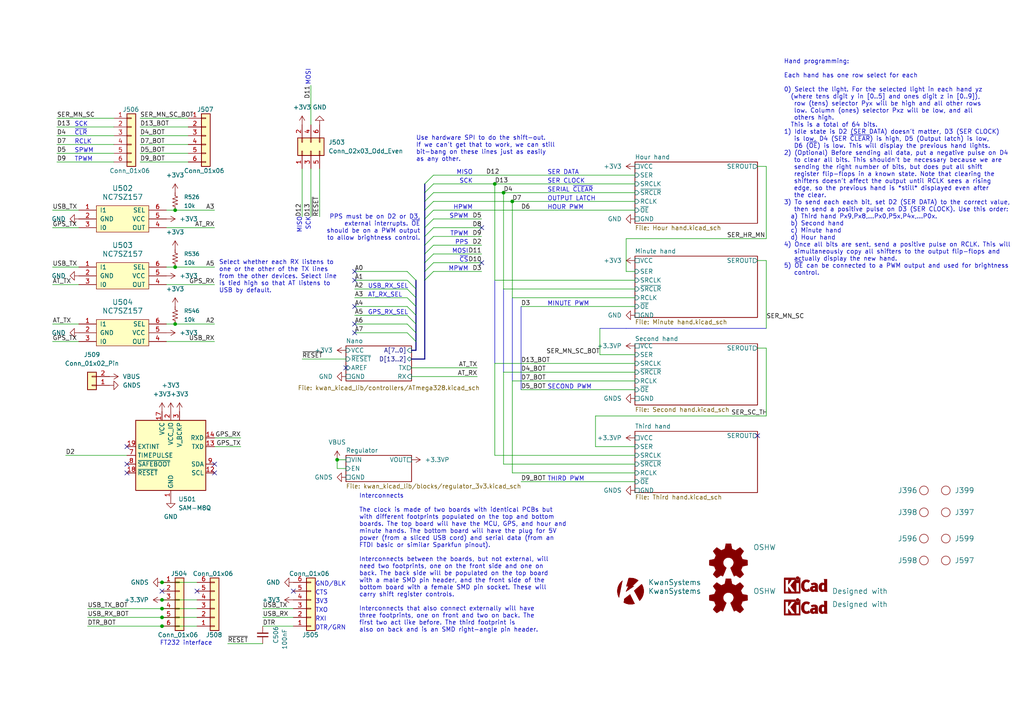
<source format=kicad_sch>
(kicad_sch (version 20230121) (generator eeschema)
  (paper "A4")
  (lib_symbols
    (symbol "Connector_Generic:Conn_01x02" (pin_names (offset 1.016) hide)
      (property "Reference" "J" (at 0 2.54 0))
      (property "Value" "Conn_01x02" (at 0 -5.08 0))
      (symbol "Conn_01x02_1_1"
        (pin passive line (at -5.08 0 0) (length 3.81) (name "Pin_1") (number "1"))
        (pin passive line (at -5.08 -2.54 0) (length 3.81) (name "Pin_2") (number "2"))
      )
    )
    (symbol "Connector_Generic:Conn_01x06" (pin_names (offset 1.016) hide)
      (property "Reference" "J" (at 0 7.62 0))
      (property "Value" "Conn_01x06" (at 0 -10.16 0))
      (symbol "Conn_01x06_1_1"
        (pin passive line (at -5.08 5.08 0) (length 3.81) (name "Pin_1") (number "1"))
        (pin passive line (at -5.08 2.54 0) (length 3.81) (name "Pin_2") (number "2"))
        (pin passive line (at -5.08 0 0) (length 3.81) (name "Pin_3") (number "3"))
        (pin passive line (at -5.08 -2.54 0) (length 3.81) (name "Pin_4") (number "4"))
        (pin passive line (at -5.08 -5.08 0) (length 3.81) (name "Pin_5") (number "5"))
        (pin passive line (at -5.08 -7.62 0) (length 3.81) (name "Pin_6") (number "6"))
      )
    )
    (symbol "Connector_Generic:Conn_02x03_Odd_Even" (pin_names (offset 1.016) hide)
      (property "Reference" "J" (at 1.27 5.08 0))
      (property "Value" "Conn_02x03_Odd_Even" (at 1.27 -5.08 0))
      (symbol "Conn_02x03_Odd_Even_1_1"
        (pin passive line (at -5.08 2.54 0) (length 3.81) (name "Pin_1") (number "1"))
        (pin passive line (at 7.62 2.54 180) (length 3.81) (name "Pin_2") (number "2"))
        (pin passive line (at -5.08 0 0) (length 3.81) (name "Pin_3") (number "3"))
        (pin passive line (at 7.62 0 180) (length 3.81) (name "Pin_4") (number "4"))
        (pin passive line (at -5.08 -2.54 0) (length 3.81) (name "Pin_5") (number "5"))
        (pin passive line (at 7.62 -2.54 180) (length 3.81) (name "Pin_6") (number "6"))
      )
    )
    (symbol "Device:C_Small" (pin_numbers hide) (pin_names (offset 0.254) hide)
      (property "Reference" "C" (at 0.254 1.778 0))
      (property "Value" "C_Small" (at 0.254 -2.032 0))
      (symbol "C_Small_1_1"
        (pin passive line (at 0 2.54 270) (length 2.032) (name "~") (number "1"))
        (pin passive line (at 0 -2.54 90) (length 2.032) (name "~") (number "2"))
      )
    )
    (symbol "KwanSystems:DesignedWithKicad" (pin_names (offset 1.016)) (in_bom no)
      (property "Value" "DesignedWithKicad" (at 3.81 -2.54 0))
    )
    (symbol "KwanSystems:KwanSystems" (pin_names (offset 1.016)) (in_bom no)
      (property "Value" "KwanSystems" (at 0 -5.08 0))
    )
    (symbol "KwanSystems:NC7SZ157" (pin_names (offset 1.016))
      (property "Reference" "U" (at -7.62 3.81 0))
      (property "Value" "NC7SZ157" (at -7.62 -6.35 0))
      (symbol "NC7SZ157_1_0"
        (pin input line (at -12.7 2.54 0) (length 5.08) (name "I1") (number "1"))
        (pin power_in line (at -12.7 0 0) (length 5.08) (name "GND") (number "2"))
        (pin input line (at -12.7 -2.54 0) (length 5.08) (name "I0") (number "3"))
        (pin output line (at 12.7 -2.54 180) (length 5.08) (name "OUT") (number "4"))
        (pin power_in line (at 12.7 0 180) (length 5.08) (name "VCC") (number "5"))
        (pin input line (at 12.7 2.54 180) (length 5.08) (name "SEL") (number "6"))
      )
    )
    (symbol "KwanSystems:OSHW" (pin_names (offset 1.016)) (in_bom no)
      (property "Value" "OSHW" (at 10.16 1.27 0))
    )
    (symbol "KwanSystems:RESISTOR" (pin_numbers hide) (pin_names (offset 1.016) hide)
      (property "Reference" "R" (at -1.27 1.27 0))
      (property "Value" "RESISTOR" (at -1.27 -2.54 0))
      (symbol "RESISTOR_1_1"
        (pin passive line (at -2.54 0 0) (length 0.9906) (name "1") (number "1"))
        (pin passive line (at 2.54 0 180) (length 0.9906) (name "2") (number "2"))
      )
    )
    (symbol "KwanSystems:STANDOFF" (pin_names (offset 1.016)) (in_bom no)
      (property "Reference" "J" (at 0 3.81 0))
      (property "Value" "STANDOFF" (at 0 -3.81 0))
    )
    (symbol "RF_GPS:SAM-M8Q"
      (property "Reference" "U" (at -8.89 11.43 0))
      (property "Value" "SAM-M8Q" (at 8.89 11.43 0))
      (symbol "SAM-M8Q_1_1"
        (pin power_in line (at 0 -12.7 90) (length 2.54) (name "GND") (number "1"))
        (pin passive line (at 0 -12.7 90) (length 2.54) hide (name "GND") (number "10"))
        (pin passive line (at 0 -12.7 90) (length 2.54) hide (name "GND") (number "11"))
        (pin input line (at 12.7 -5.08 180) (length 2.54) (name "SCL") (number "12"))
        (pin output line (at 12.7 2.54 180) (length 2.54) (name "TXD") (number "13"))
        (pin input line (at 12.7 5.08 180) (length 2.54) (name "RXD") (number "14"))
        (pin passive line (at 0 -12.7 90) (length 2.54) hide (name "GND") (number "15"))
        (pin passive line (at 0 -12.7 90) (length 2.54) hide (name "GND") (number "16"))
        (pin power_in line (at -2.54 12.7 270) (length 2.54) (name "VCC") (number "17"))
        (pin input line (at -12.7 -5.08 0) (length 2.54) (name "~{RESET}") (number "18"))
        (pin input line (at -12.7 2.54 0) (length 2.54) (name "EXTINT") (number "19"))
        (pin power_in line (at 0 12.7 270) (length 2.54) (name "VCC_IO") (number "2"))
        (pin passive line (at 0 -12.7 90) (length 2.54) hide (name "GND") (number "20"))
        (pin power_in line (at 2.54 12.7 270) (length 2.54) (name "V_BCKP") (number "3"))
        (pin passive line (at 0 -12.7 90) (length 2.54) hide (name "GND") (number "4"))
        (pin passive line (at 0 -12.7 90) (length 2.54) hide (name "GND") (number "5"))
        (pin passive line (at 0 -12.7 90) (length 2.54) hide (name "GND") (number "6"))
        (pin output line (at -12.7 0 0) (length 2.54) (name "TIMEPULSE") (number "7"))
        (pin input line (at -12.7 -2.54 0) (length 2.54) (name "~{SAFEBOOT}") (number "8"))
        (pin bidirectional line (at 12.7 -2.54 180) (length 2.54) (name "SDA") (number "9"))
      )
    )
    (symbol "power:+3.3VP" (power) (pin_names (offset 0))
      (property "Value" "+3.3VP" (at 0 2.54 0))
      (symbol "+3.3VP_0_0"
        (pin power_in line (at 0 0 90) (length 0) hide (name "+3.3VP") (number "1"))
      )
    )
    (symbol "power:+3V3" (power) (pin_names (offset 0))
      (property "Value" "+3V3" (at 0 3.556 0))
      (symbol "+3V3_1_1"
        (pin power_in line (at 0 0 90) (length 0) hide (name "+3V3") (number "1"))
      )
    )
    (symbol "power:GND" (power) (pin_names (offset 0))
      (property "Value" "GND" (at 0 -3.81 0))
      (symbol "GND_1_1"
        (pin power_in line (at 0 0 270) (length 0) hide (name "GND") (number "1"))
      )
    )
    (symbol "power:GNDS" (power) (pin_names (offset 0))
      (property "Value" "GNDS" (at 0 -3.81 0))
      (symbol "GNDS_1_1"
        (pin power_in line (at 0 0 270) (length 0) hide (name "GNDS") (number "1"))
      )
    )
    (symbol "power:VBUS" (power) (pin_names (offset 0))
      (property "Value" "VBUS" (at 0 3.81 0))
      (symbol "VBUS_1_1"
        (pin power_in line (at 0 0 90) (length 0) hide (name "VBUS") (number "1"))
      )
    )
  )
  (junction (at 46.99 181.61))
  (junction (at 143.51 53.34))
  (junction (at 46.99 179.07))
  (junction (at 146.05 55.88))
  (junction (at 50.8 93.98))
  (junction (at 50.8 60.96))
  (junction (at 46.99 176.53))
  (junction (at 97.79 133.35))
  (junction (at 46.99 173.99))
  (junction (at 148.59 58.42))
  (junction (at 46.99 168.91))
  (junction (at 50.8 77.47))
  (no_connect (at 100.33 106.68))
  (no_connect (at 139.7 66.04))
  (no_connect (at 85.09 171.45))
  (no_connect (at 102.87 78.74))
  (no_connect (at 219.71 126.365))
  (no_connect (at 36.83 129.54))
  (no_connect (at 36.83 134.62))
  (no_connect (at 139.7 76.2))
  (no_connect (at 46.99 171.45))
  (no_connect (at 62.23 137.16))
  (no_connect (at 102.87 93.98))
  (no_connect (at 102.87 96.52))
  (no_connect (at 102.87 81.28))
  (no_connect (at 57.15 171.45))
  (no_connect (at 62.23 134.62))
  (no_connect (at 102.87 88.9))
  (no_connect (at 36.83 137.16))
  (bus_entry (at 125.73 66.04) (size -2.54 2.54))
  (bus_entry (at 118.11 93.98) (size 2.54 2.54))
  (bus_entry (at 118.11 96.52) (size 2.54 2.54))
  (bus_entry (at 123.19 73.66) (size 2.54 -2.54))
  (bus_entry (at 118.11 81.28) (size 2.54 2.54))
  (bus_entry (at 118.11 88.9) (size 2.54 2.54))
  (bus_entry (at 118.11 83.82) (size 2.54 2.54))
  (bus_entry (at 123.19 55.88) (size 2.54 -2.54))
  (bus_entry (at 123.19 58.42) (size 2.54 -2.54))
  (bus_entry (at 123.19 66.04) (size 2.54 -2.54))
  (bus_entry (at 123.19 81.28) (size 2.54 -2.54))
  (bus_entry (at 123.19 63.5) (size 2.54 -2.54))
  (bus_entry (at 118.11 91.44) (size 2.54 2.54))
  (bus_entry (at 123.19 71.12) (size 2.54 -2.54))
  (bus_entry (at 123.19 53.34) (size 2.54 -2.54))
  (bus_entry (at 123.19 76.2) (size 2.54 -2.54))
  (bus_entry (at 123.19 78.74) (size 2.54 -2.54))
  (bus_entry (at 118.11 86.36) (size 2.54 2.54))
  (bus_entry (at 118.11 78.74) (size 2.54 2.54))
  (bus_entry (at 123.19 60.96) (size 2.54 -2.54))
  (wire (pts (xy 125.73 55.88) (xy 146.05 55.88)))
  (bus (pts (xy 123.19 63.5) (xy 123.19 66.04)))
  (wire (pts (xy 125.73 68.58) (xy 139.7 68.58)))
  (wire (pts (xy 90.17 24.765) (xy 90.17 36.195)))
  (wire (pts (xy 100.33 135.89) (xy 97.79 135.89)))
  (bus (pts (xy 119.38 101.6) (xy 120.65 101.6)))
  (wire (pts (xy 19.05 132.08) (xy 36.83 132.08)))
  (wire (pts (xy 76.2 176.53) (xy 85.09 176.53)))
  (bus (pts (xy 123.19 55.88) (xy 123.19 58.42)))
  (wire (pts (xy 125.73 58.42) (xy 148.59 58.42)))
  (wire (pts (xy 151.13 88.9) (xy 184.15 88.9)))
  (wire (pts (xy 125.73 73.66) (xy 139.7 73.66)))
  (wire (pts (xy 184.15 132.08) (xy 143.51 132.08)))
  (wire (pts (xy 102.87 96.52) (xy 118.11 96.52)))
  (wire (pts (xy 40.64 39.37) (xy 54.61 39.37)))
  (wire (pts (xy 48.26 60.96) (xy 50.8 60.96)))
  (bus (pts (xy 120.65 93.98) (xy 120.65 96.52)))
  (wire (pts (xy 16.51 36.83) (xy 33.02 36.83)))
  (wire (pts (xy 102.87 93.98) (xy 118.11 93.98)))
  (wire (pts (xy 222.25 100.965) (xy 222.25 120.65)))
  (wire (pts (xy 181.61 69.215) (xy 181.61 78.74)))
  (wire (pts (xy 16.51 39.37) (xy 33.02 39.37)))
  (wire (pts (xy 16.51 34.29) (xy 33.02 34.29)))
  (wire (pts (xy 46.99 168.91) (xy 57.15 168.91)))
  (wire (pts (xy 184.15 110.49) (xy 148.59 110.49)))
  (wire (pts (xy 143.51 53.34) (xy 184.15 53.34)))
  (polyline (pts (xy 148.59 86.36) (xy 148.59 110.49)))
  (bus (pts (xy 123.19 73.66) (xy 123.19 76.2)))
  (wire (pts (xy 222.25 48.26) (xy 222.25 69.215)))
  (bus (pts (xy 123.19 60.96) (xy 123.19 63.5)))
  (wire (pts (xy 15.24 99.06) (xy 22.86 99.06)))
  (wire (pts (xy 87.63 48.895) (xy 87.63 62.865)))
  (wire (pts (xy 50.8 77.47) (xy 62.23 77.47)))
  (wire (pts (xy 40.64 44.45) (xy 54.61 44.45)))
  (wire (pts (xy 173.99 95.25) (xy 173.99 102.87)))
  (bus (pts (xy 120.65 99.06) (xy 120.65 101.6)))
  (wire (pts (xy 102.87 88.9) (xy 118.11 88.9)))
  (wire (pts (xy 40.64 46.99) (xy 54.61 46.99)))
  (wire (pts (xy 125.73 60.96) (xy 184.15 60.96)))
  (bus (pts (xy 123.19 78.74) (xy 123.19 81.28)))
  (bus (pts (xy 123.19 68.58) (xy 123.19 71.12)))
  (wire (pts (xy 76.2 181.61) (xy 85.09 181.61)))
  (bus (pts (xy 120.65 86.36) (xy 120.65 88.9)))
  (wire (pts (xy 222.25 120.65) (xy 172.72 120.65)))
  (wire (pts (xy 46.99 176.53) (xy 57.15 176.53)))
  (bus (pts (xy 123.19 81.28) (xy 123.19 104.14)))
  (wire (pts (xy 148.59 110.49) (xy 148.59 137.16)))
  (wire (pts (xy 15.24 66.04) (xy 22.86 66.04)))
  (wire (pts (xy 172.72 129.54) (xy 184.15 129.54)))
  (wire (pts (xy 222.25 69.215) (xy 181.61 69.215)))
  (wire (pts (xy 184.15 107.95) (xy 146.05 107.95)))
  (wire (pts (xy 15.24 60.96) (xy 22.86 60.96)))
  (wire (pts (xy 25.4 176.53) (xy 46.99 176.53)))
  (wire (pts (xy 125.73 76.2) (xy 139.7 76.2)))
  (polyline (pts (xy 173.99 95.25) (xy 181.61 95.25)))
  (wire (pts (xy 15.24 82.55) (xy 22.86 82.55)))
  (wire (pts (xy 15.24 77.47) (xy 22.86 77.47)))
  (polyline (pts (xy 146.05 83.82) (xy 146.05 107.95)))
  (wire (pts (xy 184.15 83.82) (xy 146.05 83.82)))
  (wire (pts (xy 15.24 93.98) (xy 22.86 93.98)))
  (wire (pts (xy 102.87 81.28) (xy 118.11 81.28)))
  (wire (pts (xy 16.51 44.45) (xy 33.02 44.45)))
  (wire (pts (xy 40.64 41.91) (xy 54.61 41.91)))
  (wire (pts (xy 102.87 86.36) (xy 118.11 86.36)))
  (wire (pts (xy 25.4 179.07) (xy 46.99 179.07)))
  (wire (pts (xy 143.51 105.41) (xy 143.51 132.08)))
  (wire (pts (xy 184.15 81.28) (xy 143.51 81.28)))
  (wire (pts (xy 184.15 139.7) (xy 151.13 139.7)))
  (bus (pts (xy 120.65 81.28) (xy 120.65 83.82)))
  (wire (pts (xy 125.73 50.8) (xy 184.15 50.8)))
  (wire (pts (xy 222.25 75.565) (xy 222.25 95.25)))
  (wire (pts (xy 48.26 77.47) (xy 50.8 77.47)))
  (wire (pts (xy 46.99 181.61) (xy 57.15 181.61)))
  (wire (pts (xy 148.59 58.42) (xy 148.59 86.36)))
  (wire (pts (xy 50.8 60.96) (xy 62.23 60.96)))
  (polyline (pts (xy 181.61 95.25) (xy 222.25 95.25)))
  (wire (pts (xy 97.79 135.89) (xy 97.79 133.35)))
  (wire (pts (xy 66.04 186.69) (xy 76.2 186.69)))
  (wire (pts (xy 62.23 129.54) (xy 69.85 129.54)))
  (wire (pts (xy 181.61 78.74) (xy 184.15 78.74)))
  (wire (pts (xy 219.71 100.965) (xy 222.25 100.965)))
  (wire (pts (xy 102.87 83.82) (xy 118.11 83.82)))
  (wire (pts (xy 48.26 99.06) (xy 62.23 99.06)))
  (wire (pts (xy 102.87 78.74) (xy 118.11 78.74)))
  (wire (pts (xy 173.99 102.87) (xy 184.15 102.87)))
  (wire (pts (xy 119.38 109.22) (xy 138.43 109.22)))
  (wire (pts (xy 16.51 41.91) (xy 33.02 41.91)))
  (wire (pts (xy 40.64 34.29) (xy 54.61 34.29)))
  (wire (pts (xy 87.63 104.14) (xy 100.33 104.14)))
  (bus (pts (xy 123.19 71.12) (xy 123.19 73.66)))
  (wire (pts (xy 148.59 58.42) (xy 184.15 58.42)))
  (wire (pts (xy 62.23 127) (xy 69.85 127)))
  (wire (pts (xy 184.15 137.16) (xy 148.59 137.16)))
  (wire (pts (xy 219.71 48.26) (xy 222.25 48.26)))
  (wire (pts (xy 50.8 93.98) (xy 62.23 93.98)))
  (wire (pts (xy 146.05 55.88) (xy 146.05 83.82)))
  (wire (pts (xy 125.73 66.04) (xy 139.7 66.04)))
  (wire (pts (xy 90.17 48.895) (xy 90.17 62.865)))
  (wire (pts (xy 143.51 53.34) (xy 143.51 81.28)))
  (wire (pts (xy 48.26 66.04) (xy 62.23 66.04)))
  (wire (pts (xy 146.05 107.95) (xy 146.05 134.62)))
  (bus (pts (xy 120.65 83.82) (xy 120.65 86.36)))
  (wire (pts (xy 125.73 53.34) (xy 143.51 53.34)))
  (bus (pts (xy 120.65 91.44) (xy 120.65 93.98)))
  (wire (pts (xy 102.87 91.44) (xy 118.11 91.44)))
  (wire (pts (xy 184.15 113.03) (xy 151.13 113.03)))
  (wire (pts (xy 219.71 75.565) (xy 222.25 75.565)))
  (wire (pts (xy 172.72 120.65) (xy 172.72 129.54)))
  (bus (pts (xy 123.19 53.34) (xy 123.19 55.88)))
  (wire (pts (xy 16.51 46.99) (xy 33.02 46.99)))
  (bus (pts (xy 123.19 66.04) (xy 123.19 68.58)))
  (wire (pts (xy 48.26 93.98) (xy 50.8 93.98)))
  (wire (pts (xy 40.64 36.83) (xy 54.61 36.83)))
  (bus (pts (xy 120.65 96.52) (xy 120.65 99.06)))
  (wire (pts (xy 125.73 63.5) (xy 139.7 63.5)))
  (polyline (pts (xy 143.51 81.28) (xy 143.51 105.41)))
  (wire (pts (xy 46.99 179.07) (xy 57.15 179.07)))
  (wire (pts (xy 184.15 134.62) (xy 146.05 134.62)))
  (wire (pts (xy 148.59 86.36) (xy 184.15 86.36)))
  (wire (pts (xy 125.73 71.12) (xy 139.7 71.12)))
  (bus (pts (xy 123.19 58.42) (xy 123.19 60.96)))
  (wire (pts (xy 46.99 173.99) (xy 57.15 173.99)))
  (wire (pts (xy 184.15 105.41) (xy 143.51 105.41)))
  (wire (pts (xy 97.79 133.35) (xy 100.33 133.35)))
  (bus (pts (xy 120.65 88.9) (xy 120.65 91.44)))
  (bus (pts (xy 119.38 104.14) (xy 123.19 104.14)))
  (wire (pts (xy 146.05 55.88) (xy 184.15 55.88)))
  (polyline (pts (xy 151.13 88.9) (xy 151.13 113.03)))
  (wire (pts (xy 76.2 179.07) (xy 85.09 179.07)))
  (wire (pts (xy 48.26 82.55) (xy 62.23 82.55)))
  (wire (pts (xy 125.73 78.74) (xy 139.7 78.74)))
  (wire (pts (xy 119.38 106.68) (xy 138.43 106.68)))
  (wire (pts (xy 92.71 48.895) (xy 92.71 62.865)))
  (bus (pts (xy 123.19 76.2) (xy 123.19 78.74)))
  (wire (pts (xy 25.4 181.61) (xy 46.99 181.61)))
  (text "CTS" (at 91.44 172.72 0) (effects (font (size 1.27 1.27)) (justify left bottom)))
  (text "Hand programming:\n\nEach hand has one row select for each \n\n0) Select the light. For the selected light in each hand yz \n  (where tens digit y in [0..5] and ones digit z in [0..9]), \n   row (tens) selector Pyx will be high and all other rows \n   low. Column (ones) selector Pxz will be low, and all \n   others high. \n  This is a total of 64 bits.\n1) Idle state is D2 (SER DATA) doesn't matter, D3 (SER CLOCK)\n   is low, D4 (SER ~{CLEAR}) is high, D5 (Output latch) is low,\n   D6 (~{OE}) is low. This will display the previous hand lights.\n2) (Optional) Before sending all data, put a negative pulse on D4\n   to clear all bits. This shouldn't be necessary because we are\n   sending the right number of bits, but does put all shift\n   register flip-flops in a known state. Note that clearing the\n   shifters doesn't affect the output until RCLK sees a rising \n   edge, so the previous hand is *still* displayed even after \n   the clear.\n3) To send each each bit, set D2 (SER DATA) to the correct value,\n   then send a positive pulse on D3 (SER CLOCK). Use this order:\n  a) Third hand Px9,Px8,...Px0,P5x,P4x,...P0x.\n  b) Second hand\n  c) Minute hand\n  d) Hour hand\n4) Once all bits are sent, send a positive pulse on RCLK. This will\n   simultaneously copy all shifters to the output flip-flops and\n   actually display the new hand.\n5) ~{OE} can be connected to a PWM output and used for brightness\n   control." (at 227.33 80.01 0) (effects (font (size 1.27 1.27)) (justify left bottom)))
  (text "TPWM" (at 21.59 46.99 0) (effects (font (size 1.27 1.27)) (justify left bottom)))
  (text "MISO" (at 137.16 50.8 0) (effects (font (size 1.27 1.27)) (justify right bottom)))
  (text "PPS must be on D2 or D3,\nexternal interrupts. ~{OE}\nshould be on a PWM output\nto allow brightness control." (at 121.92 69.85 0) (effects (font (size 1.27 1.27)) (justify right bottom)))
  (text "MISO" (at 87.63 62.865 90) (effects (font (size 1.27 1.27)) (justify right bottom)))
  (text "TXO" (at 91.44 177.8 0) (effects (font (size 1.27 1.27)) (justify left bottom)))
  (text "RXI" (at 91.44 180.34 0) (effects (font (size 1.27 1.27)) (justify left bottom)))
  (text "SCK" (at 137.16 53.34 0) (effects (font (size 1.27 1.27)) (justify right bottom)))
  (text "DTR/GRN" (at 91.44 182.88 0) (effects (font (size 1.27 1.27)) (justify left bottom)))
  (text "OUTPUT LATCH" (at 158.75 58.42 0) (effects (font (size 1.27 1.27)) (justify left bottom)))
  (text "SER DATA" (at 158.75 50.8 0) (effects (font (size 1.27 1.27)) (justify left bottom)))
  (text "TPWM" (at 135.89 68.58 0) (effects (font (size 1.27 1.27)) (justify right bottom)))
  (text "Interconnects\n\nThe clock is made of two boards with identical PCBs but\nwith different footprints populated on the top and bottom\nboards. The top board will have the MCU, GPS, and hour and\nminute hands. The bottom board will have the plug for 5V\npower (from a sliced USB cord) and serial data (from an\nFTDI basic or similar Sparkfun pinout).\n\nInterconnects between the boards, but not external, will\nneed two footprints, one on the front side and one on\nback. The back side will be populated on the top board\nwith a male SMD pin header, and the front side of the\nbottom board with a female SMD pin socket. These will\ncarry shift register controls.\n\nInterconnects that also connect externally will have\nthree footprints, one on front and two on back. The\nfirst two act like before. The third footprint is\nalso on back and is an SMD right-angle pin header.\n" (at 104.14 183.515 0) (effects (font (size 1.27 1.27)) (justify left bottom)))
  (text "MPWM" (at 135.89 78.74 0) (effects (font (size 1.27 1.27)) (justify right bottom)))
  (text "MINUTE PWM" (at 158.75 88.9 0) (effects (font (size 1.27 1.27)) (justify left bottom)))
  (text "SPWM" (at 135.89 63.5 0) (effects (font (size 1.27 1.27)) (justify right bottom)))
  (text "3V3" (at 91.44 175.26 0) (effects (font (size 1.27 1.27)) (justify left bottom)))
  (text "GPS_RX_SEL" (at 106.68 91.44 0) (effects (font (size 1.27 1.27)) (justify left bottom)))
  (text "Use hardware SPI to do the shift-out.\nIf we can't get that to work, we can still\nbit-bang on these lines just as easily\nas any other." (at 120.65 46.99 0) (effects (font (size 1.27 1.27)) (justify left bottom)))
  (text "SCK" (at 21.59 36.83 0) (effects (font (size 1.27 1.27)) (justify left bottom)))
  (text "SCK" (at 90.17 62.865 90) (effects (font (size 1.27 1.27)) (justify right bottom)))
  (text "~{CLR}" (at 21.59 39.37 0) (effects (font (size 1.27 1.27)) (justify left bottom)))
  (text "PPS" (at 135.89 71.12 0) (effects (font (size 1.27 1.27)) (justify right bottom)))
  (text "SECOND PWM" (at 158.75 113.03 0) (effects (font (size 1.27 1.27)) (justify left bottom)))
  (text "FT232 interface" (at 46.355 187.325 0) (effects (font (size 1.27 1.27)) (justify left bottom)))
  (text "MOSI" (at 90.17 24.765 90) (effects (font (size 1.27 1.27)) (justify left bottom)))
  (text "THIRD PWM" (at 158.75 139.7 0) (effects (font (size 1.27 1.27)) (justify left bottom)))
  (text "SERIAL ~{CLEAR}" (at 158.75 55.88 0) (effects (font (size 1.27 1.27)) (justify left bottom)))
  (text "USB_RX_SEL" (at 106.68 83.82 0) (effects (font (size 1.27 1.27)) (justify left bottom)))
  (text "~{CS}" (at 135.89 76.2 0) (effects (font (size 1.27 1.27)) (justify right bottom)))
  (text "GND/BLK" (at 91.44 170.18 0) (effects (font (size 1.27 1.27)) (justify left bottom)))
  (text "SER CLOCK" (at 158.75 53.34 0) (effects (font (size 1.27 1.27)) (justify left bottom)))
  (text "HOUR PWM" (at 158.75 60.96 0) (effects (font (size 1.27 1.27)) (justify left bottom)))
  (text "Select whether each RX listens to\none or the other of the TX lines\nfrom the other devices. Select line\nis tied high so that AT listens to\nUSB by default." (at 63.5 85.09 0) (effects (font (size 1.27 1.27)) (justify left bottom)))
  (text "HPWM" (at 137.16 60.96 0) (effects (font (size 1.27 1.27)) (justify right bottom)))
  (text "SPWM" (at 21.59 44.45 0) (effects (font (size 1.27 1.27)) (justify left bottom)))
  (text "MOSI" (at 135.89 73.66 0) (effects (font (size 1.27 1.27)) (justify right bottom)))
  (text "AT_RX_SEL" (at 106.68 86.36 0) (effects (font (size 1.27 1.27)) (justify left bottom)))
  (text "RCLK" (at 21.59 41.91 0) (effects (font (size 1.27 1.27)) (justify left bottom)))
  (label "D13_BOT" (at 40.64 36.83 0))
  (label "D13" (at 16.51 36.83 0))
  (label "A5" (at 62.23 77.47 180))
  (label "AT_TX" (at 138.43 106.68 180))
  (label "D5_BOT" (at 40.64 44.45 0))
  (label "USB_TX_BOT" (at 25.4 176.53 0))
  (label "USB_RX_BOT" (at 25.4 179.07 0))
  (label "D4_BOT" (at 40.64 39.37 0))
  (label "A4" (at 102.87 88.9 0))
  (label "A2" (at 62.23 93.98 180))
  (label "AT_RX" (at 62.23 66.04 180))
  (label "SER_MN_SC" (at 16.51 34.29 0))
  (label "D9" (at 139.7 68.58 180))
  (label "D12" (at 87.63 62.865 90))
  (label "USB_RX" (at 62.23 99.06 180))
  (label "D7_BOT" (at 40.64 41.91 0))
  (label "D10" (at 139.7 76.2 180))
  (label "D11" (at 139.7 73.66 180))
  (label "A3" (at 102.87 86.36 0))
  (label "D3" (at 151.13 88.9 0))
  (label "AT_RX" (at 138.43 109.22 180))
  (label "D5_BOT" (at 151.13 113.03 0))
  (label "A2" (at 102.87 83.82 0))
  (label "DTR_BOT" (at 25.4 181.61 0))
  (label "SER_SC_TH" (at 212.09 120.65 0))
  (label "SER_HR_MN" (at 210.82 69.215 0))
  (label "SER_MN_SC_BOT" (at 40.64 34.29 0))
  (label "D4_BOT" (at 151.13 107.95 0))
  (label "D7" (at 16.51 41.91 0))
  (label "D13" (at 90.17 62.865 90))
  (label "D8" (at 139.7 66.04 180))
  (label "AT_TX" (at 15.24 82.55 0))
  (label "D5" (at 139.7 63.5 180))
  (label "D13_BOT" (at 151.13 105.41 0))
  (label "A1" (at 102.87 81.28 0))
  (label "D9_BOT" (at 151.13 139.7 0))
  (label "USB_TX" (at 15.24 60.96 0))
  (label "D2" (at 19.05 132.08 0))
  (label "D7_BOT" (at 151.13 110.49 0))
  (label "SER_MN_SC" (at 222.25 92.71 0))
  (label "A3" (at 62.23 60.96 180))
  (label "D9_BOT" (at 40.64 46.99 0))
  (label "GPS_TX" (at 15.24 99.06 0))
  (label "D13" (at 143.51 53.34 0))
  (label "D3" (at 139.7 78.74 180))
  (label "SER_MN_SC_BOT" (at 173.99 102.87 180))
  (label "A7" (at 102.87 96.52 0))
  (label "D7" (at 148.59 58.42 0))
  (label "USB_TX" (at 76.2 176.53 0))
  (label "A6" (at 102.87 93.98 0))
  (label "GPS_TX" (at 15.24 66.04 0))
  (label "D5" (at 16.51 44.45 0))
  (label "GPS_TX" (at 69.85 129.54 180))
  (label "USB_TX" (at 15.24 77.47 0))
  (label "DTR" (at 76.2 181.61 0))
  (label "~{RESET}" (at 92.71 62.865 90))
  (label "D4" (at 16.51 39.37 0))
  (label "AT_TX" (at 15.24 93.98 0))
  (label "GPS_RX" (at 69.85 127 180))
  (label "~{RESET}" (at 87.63 104.14 0))
  (label "D4" (at 146.05 55.88 0))
  (label "D6" (at 151.13 60.96 0))
  (label "D2" (at 139.7 71.12 180))
  (label "~{RESET}" (at 66.04 186.69 0))
  (label "D11" (at 90.17 24.765 270))
  (label "D12" (at 140.97 50.8 0))
  (label "GPS_RX" (at 62.23 82.55 180))
  (label "USB_RX" (at 76.2 179.07 0))
  (label "A0" (at 102.87 78.74 0))
  (label "A5" (at 102.87 91.44 0))
  (label "D9" (at 16.51 46.99 0))
  (symbol (lib_id "power:GNDS") (at 100.33 138.43 270) (unit 1)
    (property "Reference" "#PWR0304" (effects hide))
    (property "Value" "GNDS" (at 96.52 138.43 90) (effects (justify right)))
  )
  (symbol (lib_id "power:+3V3") (at 184.15 48.26 90) (unit 1)
    (property "Reference" "#PWR0301" (effects hide))
    (property "Value" "+3V3" (at 180.34 48.26 90) (effects (justify left)))
  )
  (symbol (lib_id "power:+3.3VP") (at 184.15 100.33 90) (unit 1)
    (property "Reference" "#PWR0319" (effects hide))
    (property "Value" "+3.3VP" (at 180.34 100.33 90) (effects (justify left)))
  )
  (symbol (lib_id "KwanSystems:STANDOFF") (at 274.32 156.21 0) (unit 1) (in_bom no)
    (property "Reference" "J599" (at 276.86 156.21 0) (effects (font (size 1.524 1.524)) (justify left)))
    (property "Value" "STANDOFF" (effects hide))
    (property "Footprint" "KwanSystems:STANDOFF_NONPLATED" (effects hide))
  )
  (symbol (lib_id "KwanSystems:KwanSystems") (at 182.88 171.45 0) (unit 1) (in_bom no)
    (property "Reference" "G102" (effects hide))
    (property "Value" "KwanSystems" (at 187.96 171.4491 0) (effects (font (size 1.524 1.524)) (justify left)))
    (property "Footprint" "KwanSystems:StKwansSoldermask" (effects hide))
  )
  (symbol (lib_id "power:+3V3") (at 49.53 119.38 0) (unit 1)
    (property "Reference" "#PWR0315" (effects hide))
    (property "Value" "+3V3" (at 49.53 111.76 0))
  )
  (symbol (lib_id "power:GND") (at 184.15 91.44 270) (unit 1)
    (property "Reference" "#PWR0306" (effects hide))
    (property "Value" "GND" (at 180.34 91.44 90) (effects (justify right)))
  )
  (symbol (lib_id "KwanSystems:NC7SZ157") (at 35.56 80.01 0) (unit 1)
    (property "Reference" "U503" (at 35.56 71.12 0) (effects (font (size 1.4986 1.4986))))
    (property "Value" "NC7SZ157" (at 35.56 73.66 0) (effects (font (size 1.4986 1.4986))))
    (property "Footprint" "Package_TO_SOT_SMD:SOT-363_SC-70-6" (effects hide))
  )
  (symbol (lib_id "Connector_Generic:Conn_01x06") (at 90.17 176.53 0) (mirror x) (unit 1)
    (property "Reference" "J505" (at 87.63 184.15 0) (effects (justify left)))
    (property "Value" "Conn_01x06" (at 83.82 166.37 0) (effects (justify left)))
    (property "Footprint" "Connector_PinHeader_2.54mm:PinHeader_1x06_P2.54mm_Vertical_SMD_Pin1Left" (effects hide))
  )
  (symbol (lib_id "power:+3V3") (at 100.33 101.6 90) (unit 1)
    (property "Reference" "#PWR0313" (effects hide))
    (property "Value" "+3V3" (at 96.52 101.6 90) (effects (justify left)))
  )
  (symbol (lib_id "power:VBUS") (at 97.79 133.35 0) (unit 1)
    (property "Reference" "#PWR0310" (effects hide))
    (property "Value" "VBUS" (at 97.79 128.27 0))
  )
  (symbol (lib_id "KwanSystems:STANDOFF") (at 267.97 148.59 0) (unit 1) (in_bom no)
    (property "Reference" "J398" (at 260.35 148.59 0) (effects (font (size 1.524 1.524)) (justify left)))
    (property "Value" "STANDOFF" (effects hide))
    (property "Footprint" "KwanSystems:STANDOFF_NONPLATED" (effects hide))
  )
  (symbol (lib_id "KwanSystems:STANDOFF") (at 267.97 156.21 0) (unit 1) (in_bom no)
    (property "Reference" "J596" (at 260.35 156.21 0) (effects (font (size 1.524 1.524)) (justify left)))
    (property "Value" "STANDOFF" (effects hide))
    (property "Footprint" "KwanSystems:STANDOFF_NONPLATED" (effects hide))
  )
  (symbol (lib_id "power:GND") (at 100.33 109.22 270) (unit 1)
    (property "Reference" "#PWR02" (effects hide))
    (property "Value" "GND" (at 96.52 109.22 90) (effects (justify right)))
  )
  (symbol (lib_id "power:GNDS") (at 46.99 168.91 270) (unit 1)
    (property "Reference" "#PWR0312" (effects hide))
    (property "Value" "GNDS" (at 43.18 168.91 90) (effects (justify right)))
  )
  (symbol (lib_id "Connector_Generic:Conn_02x03_Odd_Even") (at 90.17 43.815 90) (unit 1)
    (property "Reference" "J503" (at 95.25 41.275 90) (effects (justify right)))
    (property "Value" "Conn_02x03_Odd_Even" (at 95.25 43.815 90) (effects (justify right)))
    (property "Footprint" "Connector_PinHeader_2.54mm:PinHeader_2x03_P2.54mm_Vertical_SMD" (effects hide))
  )
  (symbol (lib_id "KwanSystems:STANDOFF") (at 274.32 148.59 0) (unit 1) (in_bom no)
    (property "Reference" "J397" (at 276.86 148.59 0) (effects (font (size 1.524 1.524)) (justify left)))
    (property "Value" "STANDOFF" (effects hide))
    (property "Footprint" "KwanSystems:STANDOFF_NONPLATED" (effects hide))
  )
  (symbol (lib_id "power:GND") (at 92.71 36.195 180) (unit 1)
    (property "Reference" "#PWR0323" (effects hide))
    (property "Value" "GND" (at 92.71 31.115 0))
  )
  (symbol (lib_id "power:+3V3") (at 48.26 80.01 270) (unit 1)
    (property "Reference" "#PWR0330" (effects hide))
    (property "Value" "+3V3" (at 52.07 80.01 90) (effects (justify left)))
  )
  (symbol (lib_id "power:+3V3") (at 48.26 96.52 270) (unit 1)
    (property "Reference" "#PWR0333" (effects hide))
    (property "Value" "+3V3" (at 52.07 96.52 90) (effects (justify left)))
  )
  (symbol (lib_id "KwanSystems:NC7SZ157") (at 35.56 63.5 0) (unit 1)
    (property "Reference" "U502" (at 35.56 54.61 0) (effects (font (size 1.4986 1.4986))))
    (property "Value" "NC7SZ157" (at 35.56 57.15 0) (effects (font (size 1.4986 1.4986))))
    (property "Footprint" "Package_TO_SOT_SMD:SOT-363_SC-70-6" (effects hide))
  )
  (symbol (lib_id "KwanSystems:STANDOFF") (at 267.97 142.24 0) (unit 1) (in_bom no)
    (property "Reference" "J396" (at 260.35 142.24 0) (effects (font (size 1.524 1.524)) (justify left)))
    (property "Value" "STANDOFF" (effects hide))
    (property "Footprint" "KwanSystems:STANDOFF_NONPLATED" (effects hide))
  )
  (symbol (lib_id "power:GND") (at 49.53 144.78 0) (unit 1)
    (property "Reference" "#PWR01" (effects hide))
    (property "Value" "GND" (at 49.53 149.86 0))
  )
  (symbol (lib_id "KwanSystems:STANDOFF") (at 274.32 162.56 0) (unit 1) (in_bom no)
    (property "Reference" "J597" (at 276.86 162.56 0) (effects (font (size 1.524 1.524)) (justify left)))
    (property "Value" "STANDOFF" (effects hide))
    (property "Footprint" "KwanSystems:STANDOFF_NONPLATED" (effects hide))
  )
  (symbol (lib_id "Connector_Generic:Conn_01x06") (at 52.07 173.99 0) (unit 1)
    (property "Reference" "J504" (at 49.53 166.37 0) (effects (justify left)))
    (property "Value" "Conn_01x06" (at 45.72 184.15 0) (effects (justify left)))
    (property "Footprint" "KwanSystems:SAMTEC_TSM-106-01-T-SH" (effects hide))
  )
  (symbol (lib_id "power:GND") (at 22.86 96.52 270) (unit 1)
    (property "Reference" "#PWR0332" (effects hide))
    (property "Value" "GND" (at 19.05 96.52 90) (effects (justify right)))
  )
  (symbol (lib_id "power:GND") (at 22.86 63.5 270) (unit 1)
    (property "Reference" "#PWR0321" (effects hide))
    (property "Value" "GND" (at 19.05 63.5 90) (effects (justify right)))
  )
  (symbol (lib_id "KwanSystems:NC7SZ157") (at 35.56 96.52 0) (unit 1)
    (property "Reference" "U504" (at 35.56 87.63 0) (effects (font (size 1.4986 1.4986))))
    (property "Value" "NC7SZ157" (at 35.56 90.17 0) (effects (font (size 1.4986 1.4986))))
    (property "Footprint" "Package_TO_SOT_SMD:SOT-363_SC-70-6" (effects hide))
  )
  (symbol (lib_id "power:+3V3") (at 85.09 173.99 90) (unit 1)
    (property "Reference" "#PWR0317" (effects hide))
    (property "Value" "+3V3" (at 81.28 173.99 90) (effects (justify left)))
  )
  (symbol (lib_id "power:GNDS") (at 31.75 111.76 90) (unit 1)
    (property "Reference" "#PWR0324" (effects hide))
    (property "Value" "GNDS" (at 35.56 111.76 90) (effects (justify right)))
  )
  (symbol (lib_id "power:GNDS") (at 184.15 142.24 270) (unit 1)
    (property "Reference" "#PWR0307" (effects hide))
    (property "Value" "GNDS" (at 180.34 142.24 90) (effects (justify right)))
  )
  (symbol (lib_id "Device:C_Small") (at 76.2 184.15 180) (unit 1)
    (property "Reference" "C506" (at 80.01 184.15 90))
    (property "Value" "100nF" (at 82.55 185.42 90))
    (property "Footprint" "Capacitor_SMD:C_0603_1608Metric" (effects hide))
  )
  (symbol (lib_id "power:+3V3") (at 52.07 119.38 0) (unit 1)
    (property "Reference" "#PWR0316" (effects hide))
    (property "Value" "+3V3" (at 52.07 114.3 0))
  )
  (symbol (lib_id "Connector_Generic:Conn_01x06") (at 59.69 39.37 0) (unit 1)
    (property "Reference" "J507" (at 57.15 31.75 0) (effects (justify left)))
    (property "Value" "Conn_01x06" (at 53.34 49.53 0) (effects (justify left)))
    (property "Footprint" "Connector_PinSocket_2.54mm:PinSocket_1x06_P2.54mm_Vertical_SMD_Pin1Left" (effects hide))
  )
  (symbol (lib_id "KwanSystems:STANDOFF") (at 274.32 142.24 0) (unit 1) (in_bom no)
    (property "Reference" "J399" (at 276.86 142.24 0) (effects (font (size 1.524 1.524)) (justify left)))
    (property "Value" "STANDOFF" (effects hide))
    (property "Footprint" "KwanSystems:STANDOFF_NONPLATED" (effects hide))
  )
  (symbol (lib_id "KwanSystems:OSHW") (at 210.82 163.83 0) (unit 1) (in_bom no)
    (property "Reference" "G301" (effects hide))
    (property "Value" "OSHW" (at 218.44 158.75 0) (effects (font (size 1.524 1.524)) (justify left)))
    (property "Footprint" "KwanSystems:OSHW-Symbol_6.7x6mm_SolderMask" (effects hide))
  )
  (symbol (lib_id "power:+3V3") (at 46.99 119.38 0) (unit 1)
    (property "Reference" "#PWR0314" (effects hide))
    (property "Value" "+3V3" (at 46.99 114.3 0))
  )
  (symbol (lib_id "Connector_Generic:Conn_01x02") (at 26.67 111.76 180) (unit 1)
    (property "Reference" "J509" (at 26.67 102.87 0))
    (property "Value" "Conn_01x02_Pin" (at 26.67 105.41 0))
    (property "Footprint" "KwanSystems:SAMTEC_TSM-102-01-T-SH" (effects hide))
  )
  (symbol (lib_id "power:GND") (at 85.09 168.91 270) (unit 1)
    (property "Reference" "#PWR0318" (effects hide))
    (property "Value" "GND" (at 81.28 168.91 90) (effects (justify right)))
  )
  (symbol (lib_id "KwanSystems:DesignedWithKicad") (at 233.68 171.45 0) (unit 1) (in_bom no)
    (property "Reference" "G303" (effects hide))
    (property "Value" "Designed with" (at 241.3 171.45 0) (effects (font (size 1.524 1.524)) (justify left)))
    (property "Footprint" "KwanSystems:Symbol_KiCAD-Logo_CopperAndSilkScreenTop_small" (effects hide))
  )
  (symbol (lib_id "power:+3V3") (at 184.15 75.565 90) (unit 1)
    (property "Reference" "#PWR0302" (effects hide))
    (property "Value" "+3V3" (at 180.34 75.565 90) (effects (justify left)))
  )
  (symbol (lib_id "power:+3.3VP") (at 46.99 173.99 90) (unit 1)
    (property "Reference" "#PWR0320" (effects hide))
    (property "Value" "+3.3VP" (at 43.18 173.99 90) (effects (justify left)))
  )
  (symbol (lib_id "KwanSystems:RESISTOR") (at 50.8 58.42 270) (unit 1)
    (property "Reference" "R526" (at 53.34 57.15 90) (effects (font (size 1.143 1.143)) (justify left)))
    (property "Value" "10k" (at 53.34 59.69 90) (effects (font (size 1.143 1.143)) (justify left)))
    (property "Footprint" "Resistor_SMD:R_0603_1608Metric" (effects hide))
    (property "Digikey" "P17199CT-ND" (effects hide))
  )
  (symbol (lib_id "KwanSystems:STANDOFF") (at 267.97 162.56 0) (unit 1) (in_bom no)
    (property "Reference" "J598" (at 260.35 162.56 0) (effects (font (size 1.524 1.524)) (justify left)))
    (property "Value" "STANDOFF" (effects hide))
    (property "Footprint" "KwanSystems:STANDOFF_NONPLATED" (effects hide))
  )
  (symbol (lib_id "power:+3V3") (at 87.63 36.195 0) (unit 1)
    (property "Reference" "#PWR0322" (effects hide))
    (property "Value" "+3V3" (at 87.63 31.115 0))
  )
  (symbol (lib_id "power:GND") (at 22.86 80.01 270) (unit 1)
    (property "Reference" "#PWR0329" (effects hide))
    (property "Value" "GND" (at 19.05 80.01 90) (effects (justify right)))
  )
  (symbol (lib_id "power:+3V3") (at 48.26 63.5 270) (unit 1)
    (property "Reference" "#PWR0309" (effects hide))
    (property "Value" "+3V3" (at 52.07 63.5 90) (effects (justify left)))
  )
  (symbol (lib_id "KwanSystems:KwanSystems") (at 182.88 171.45 0) (unit 1) (in_bom no)
    (property "Reference" "G101" (effects hide))
    (property "Value" "KwanSystems" (at 187.96 168.91 0) (effects (font (size 1.524 1.524)) (justify left)))
    (property "Footprint" "KwanSystems:PrecisionKwan" (effects hide))
  )
  (symbol (lib_id "KwanSystems:DesignedWithKicad") (at 233.68 177.8 0) (unit 1) (in_bom no)
    (property "Reference" "G302" (effects hide))
    (property "Value" "Designed with" (at 241.3 175.26 0) (effects (font (size 1.524 1.524)) (justify left)))
    (property "Footprint" "KwanSystems:Symbol_KiCAD-Logo_CopperAndSilkScreenTop_small" (effects hide))
  )
  (symbol (lib_id "Connector_Generic:Conn_01x06") (at 62.23 176.53 0) (mirror x) (unit 1)
    (property "Reference" "J508" (at 59.69 184.15 0) (effects (justify left)))
    (property "Value" "Conn_01x06" (at 55.88 166.37 0) (effects (justify left)))
    (property "Footprint" "Connector_PinSocket_2.54mm:PinSocket_1x06_P2.54mm_Vertical_SMD_Pin1Left" (effects hide))
  )
  (symbol (lib_id "power:+3.3VP") (at 119.38 133.35 270) (unit 1)
    (property "Reference" "#PWR0311" (effects hide))
    (property "Value" "+3.3VP" (at 123.19 133.35 90) (effects (justify left)))
  )
  (symbol (lib_id "KwanSystems:RESISTOR") (at 50.8 91.44 270) (unit 1)
    (property "Reference" "R546" (at 53.34 90.17 90) (effects (font (size 1.143 1.143)) (justify left)))
    (property "Value" "10k" (at 53.34 92.71 90) (effects (font (size 1.143 1.143)) (justify left)))
    (property "Footprint" "Resistor_SMD:R_0603_1608Metric" (effects hide))
    (property "Digikey" "P17199CT-ND" (effects hide))
  )
  (symbol (lib_id "RF_GPS:SAM-M8Q") (at 49.53 132.08 0) (unit 1)
    (property "Reference" "U501" (at 51.7241 144.78 0) (effects (justify left)))
    (property "Value" "SAM-M8Q" (at 51.7241 147.32 0) (effects (justify left)))
    (property "Footprint" "RF_GPS:ublox_SAM-M8Q" (effects hide))
    (property "Datasheet" "https://www.u-blox.com/sites/default/files/SAM-M8Q_DataSheet_%28UBX-16012619%29.pdf" (effects hide))
    (property "Digikey" "1727-3068-1-ND" (effects hide))
  )
  (symbol (lib_id "power:GND") (at 184.15 63.5 270) (unit 1)
    (property "Reference" "#PWR0305" (effects hide))
    (property "Value" "GND" (at 180.34 63.5 90) (effects (justify right)))
  )
  (symbol (lib_id "power:GNDS") (at 184.15 115.57 270) (unit 1)
    (property "Reference" "#PWR0308" (effects hide))
    (property "Value" "GNDS" (at 180.34 115.57 90) (effects (justify right)))
  )
  (symbol (lib_id "KwanSystems:OSHW") (at 210.82 173.99 0) (unit 1) (in_bom no)
    (property "Reference" "G304" (effects hide))
    (property "Value" "OSHW" (at 218.44 171.45 0) (effects (font (size 1.524 1.524)) (justify left)))
    (property "Footprint" "KwanSystems:OSHW-Symbol_6.7x6mm_SolderMask" (effects hide))
  )
  (symbol (lib_id "power:VBUS") (at 31.75 109.22 270) (unit 1)
    (property "Reference" "#PWR0327" (effects hide))
    (property "Value" "VBUS" (at 35.56 109.22 90) (effects (justify left)))
  )
  (symbol (lib_id "power:+3V3") (at 50.8 55.88 0) (unit 1)
    (property "Reference" "#PWR0326" (effects hide))
    (property "Value" "+3V3" (at 50.8 50.8 0))
  )
  (symbol (lib_id "Connector_Generic:Conn_01x06") (at 38.1 39.37 0) (unit 1)
    (property "Reference" "J506" (at 35.56 31.75 0) (effects (justify left)))
    (property "Value" "Conn_01x06" (at 31.75 49.53 0) (effects (justify left)))
    (property "Footprint" "Connector_PinHeader_2.54mm:PinHeader_1x06_P2.54mm_Vertical_SMD_Pin1Left" (effects hide))
  )
  (symbol (lib_id "KwanSystems:RESISTOR") (at 50.8 74.93 270) (unit 1)
    (property "Reference" "R536" (at 53.34 73.66 90) (effects (font (size 1.143 1.143)) (justify left)))
    (property "Value" "10k" (at 53.34 76.2 90) (effects (font (size 1.143 1.143)) (justify left)))
    (property "Footprint" "Resistor_SMD:R_0603_1608Metric" (effects hide))
    (property "Digikey" "P17199CT-ND" (effects hide))
  )
  (symbol (lib_id "power:+3V3") (at 50.8 72.39 0) (unit 1)
    (property "Reference" "#PWR0331" (effects hide))
    (property "Value" "+3V3" (at 50.8 67.31 0))
  )
  (symbol (lib_id "power:+3V3") (at 50.8 88.9 0) (unit 1)
    (property "Reference" "#PWR0334" (effects hide))
    (property "Value" "+3V3" (at 50.8 83.82 0))
  )
  (symbol (lib_id "power:+3.3VP") (at 184.15 127 90) (unit 1)
    (property "Reference" "#PWR0303" (effects hide))
    (property "Value" "+3.3VP" (at 180.34 127 90) (effects (justify left)))
  )
  (sheet (at 100.33 100.33) (size 19.05 10.16) (stroke (width 0.1524))
    (property "Sheetname" "Nano" (at 100.33 99.6184 0) (effects (justify left bottom)))
    (property "Sheetfile" "kwan_kicad_lib/controllers/ATmega328.kicad_sch" (at 86.36 111.76 0) (effects (justify left top)))
    (pin "RX" input (at 119.38 109.22 0))
    (pin "TX" output (at 119.38 106.68 0))
    (pin "~{RESET}" input (at 100.33 104.14 180))
    (pin "GND" passive (at 100.33 109.22 180))
    (pin "VCC" input (at 100.33 101.6 180))
    (pin "AREF" input (at 100.33 106.68 180))
    (pin "A[7..0]" input (at 119.38 101.6 0))
    (pin "D[13..2]" bidirectional (at 119.38 104.14 0))
  )
  (sheet (at 184.15 74.295) (size 35.56 17.78) (stroke (width 0.1524))
    (property "Sheetname" "Minute hand" (at 184.15 73.5834 0) (effects (justify left bottom)))
    (property "Sheetfile" "Minute hand.kicad_sch" (at 184.15 92.6596 0) (effects (justify left top)))
    (pin "SER" input (at 184.15 78.74 180))
    (pin "SRCLK" input (at 184.15 81.28 180))
    (pin "~{SRCLR}" input (at 184.15 83.82 180))
    (pin "VCC" passive (at 184.15 75.565 180))
    (pin "GND" passive (at 184.15 91.44 180))
    (pin "RCLK" input (at 184.15 86.36 180))
    (pin "~{OE}" input (at 184.15 88.9 180))
    (pin "SEROUT" output (at 219.71 75.565 0))
  )
  (sheet (at 184.15 46.99) (size 35.56 17.78) (stroke (width 0.1524))
    (property "Sheetname" "Hour hand" (at 184.15 46.2784 0) (effects (justify left bottom)))
    (property "Sheetfile" "Hour hand.kicad_sch" (at 184.15 65.3546 0) (effects (justify left top)))
    (pin "SER" input (at 184.15 50.8 180))
    (pin "SRCLK" input (at 184.15 53.34 180))
    (pin "~{SRCLR}" input (at 184.15 55.88 180))
    (pin "VCC" passive (at 184.15 48.26 180))
    (pin "GND" passive (at 184.15 63.5 180))
    (pin "RCLK" input (at 184.15 58.42 180))
    (pin "~{OE}" input (at 184.15 60.96 180))
    (pin "SEROUT" output (at 219.71 48.26 0))
  )
  (sheet (at 100.33 132.08) (size 19.05 7.62) (stroke (width 0.1524))
    (property "Sheetname" "Regulator" (at 100.33 131.3684 0) (effects (justify left bottom)))
    (property "Sheetfile" "kwan_kicad_lib/blocks/regulator_3v3.kicad_sch" (at 100.33 140.2846 0) (effects (justify left top)))
    (pin "GND" passive (at 100.33 138.43 180))
    (pin "VIN" passive (at 100.33 133.35 180))
    (pin "EN" input (at 100.33 135.89 180))
    (pin "VOUT" passive (at 119.38 133.35 0))
  )
  (sheet (at 184.15 125.095) (size 35.56 17.78) (stroke (width 0.1524))
    (property "Sheetname" "Third hand" (at 184.15 124.3834 0) (effects (justify left bottom)))
    (property "Sheetfile" "Third hand.kicad_sch" (at 184.15 143.4596 0) (effects (justify left top)))
    (pin "SER" input (at 184.15 129.54 180))
    (pin "SRCLK" input (at 184.15 132.08 180))
    (pin "~{SRCLR}" input (at 184.15 134.62 180))
    (pin "VCC" passive (at 184.15 127 180))
    (pin "GND" passive (at 184.15 142.24 180))
    (pin "RCLK" input (at 184.15 137.16 180))
    (pin "~{OE}" input (at 184.15 139.7 180))
    (pin "SEROUT" output (at 219.71 126.365 0))
  )
  (sheet (at 184.15 99.695) (size 35.56 17.78) (stroke (width 0.1524))
    (property "Sheetname" "Second hand" (at 184.15 98.9834 0) (effects (justify left bottom)))
    (property "Sheetfile" "Second hand.kicad_sch" (at 184.15 118.0596 0) (effects (justify left top)))
    (pin "SER" input (at 184.15 102.87 180))
    (pin "SRCLK" input (at 184.15 105.41 180))
    (pin "~{SRCLR}" input (at 184.15 107.95 180))
    (pin "VCC" passive (at 184.15 100.33 180))
    (pin "GND" passive (at 184.15 115.57 180))
    (pin "RCLK" input (at 184.15 110.49 180))
    (pin "~{OE}" input (at 184.15 113.03 180))
    (pin "SEROUT" output (at 219.71 100.965 0))
  )
)
</source>
